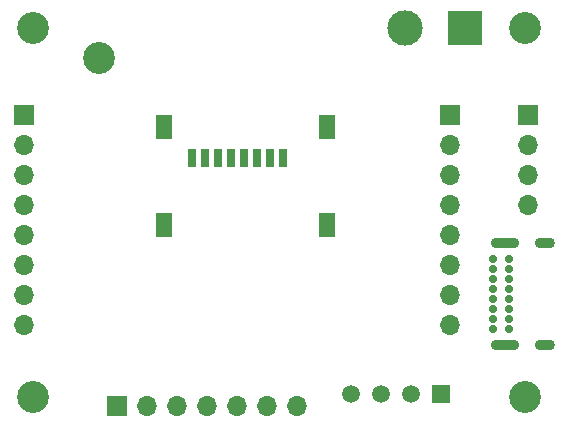
<source format=gbr>
%TF.GenerationSoftware,KiCad,Pcbnew,(5.99.0-7519-ga8269b6380)*%
%TF.CreationDate,2021-01-03T22:28:01+01:00*%
%TF.ProjectId,l0ggi,6c306767-692e-46b6-9963-61645f706362,rev?*%
%TF.SameCoordinates,Original*%
%TF.FileFunction,Soldermask,Bot*%
%TF.FilePolarity,Negative*%
%FSLAX46Y46*%
G04 Gerber Fmt 4.6, Leading zero omitted, Abs format (unit mm)*
G04 Created by KiCad (PCBNEW (5.99.0-7519-ga8269b6380)) date 2021-01-03 22:28:01*
%MOMM*%
%LPD*%
G01*
G04 APERTURE LIST*
%ADD10C,1.500000*%
%ADD11R,1.500000X1.500000*%
%ADD12O,1.700000X0.900000*%
%ADD13O,2.400000X0.900000*%
%ADD14C,0.700000*%
%ADD15R,0.800000X1.500000*%
%ADD16R,1.450000X2.000000*%
%ADD17O,1.700000X1.700000*%
%ADD18R,1.700000X1.700000*%
%ADD19C,3.000000*%
%ADD20R,3.000000X3.000000*%
%ADD21C,2.700000*%
G04 APERTURE END LIST*
D10*
%TO.C,U4*%
X68580000Y-87376000D03*
X71120000Y-87376000D03*
X73660000Y-87376000D03*
D11*
X76200000Y-87376000D03*
%TD*%
D12*
%TO.C,P1*%
X85005000Y-74615000D03*
X85005000Y-83265000D03*
D13*
X81625000Y-74615000D03*
X81625000Y-83265000D03*
D14*
X81995000Y-78515000D03*
X81995000Y-75965000D03*
X81995000Y-76815000D03*
X81995000Y-77665000D03*
X81995000Y-81915000D03*
X81995000Y-80215000D03*
X81995000Y-79365000D03*
X81995000Y-81065000D03*
X80645000Y-75965000D03*
X80645000Y-76815000D03*
X80645000Y-77665000D03*
X80645000Y-78515000D03*
X80645000Y-79365000D03*
X80645000Y-80215000D03*
X80645000Y-81065000D03*
X80645000Y-81915000D03*
%TD*%
D15*
%TO.C,J5*%
X62890000Y-67370165D03*
X61790000Y-67370165D03*
X60690000Y-67370165D03*
X59590000Y-67370165D03*
X58490000Y-67370165D03*
X57390000Y-67370165D03*
X56290000Y-67370165D03*
X55190000Y-67370165D03*
D16*
X52815000Y-73070165D03*
X66565000Y-73070165D03*
X66565000Y-64770165D03*
X52815000Y-64770165D03*
%TD*%
D17*
%TO.C,J4*%
X40894000Y-81534000D03*
X40894000Y-78994000D03*
X40894000Y-76454000D03*
X40894000Y-73914000D03*
X40894000Y-71374000D03*
X40894000Y-68834000D03*
X40894000Y-66294000D03*
D18*
X40894000Y-63754000D03*
%TD*%
D17*
%TO.C,J3*%
X76962000Y-81534000D03*
X76962000Y-78994000D03*
X76962000Y-76454000D03*
X76962000Y-73914000D03*
X76962000Y-71374000D03*
X76962000Y-68834000D03*
X76962000Y-66294000D03*
D18*
X76962000Y-63754000D03*
%TD*%
D19*
%TO.C,J2*%
X73152000Y-56388000D03*
D20*
X78232000Y-56388000D03*
%TD*%
D17*
%TO.C,J1*%
X64008000Y-88392000D03*
X61468000Y-88392000D03*
X58928000Y-88392000D03*
X56388000Y-88392000D03*
X53848000Y-88392000D03*
X51308000Y-88392000D03*
D18*
X48768000Y-88392000D03*
%TD*%
D21*
%TO.C,H5*%
X47244000Y-58928000D03*
%TD*%
%TO.C,H4*%
X83312000Y-87630000D03*
%TD*%
%TO.C,H3*%
X41656000Y-87630000D03*
%TD*%
%TO.C,H2*%
X83312000Y-56388000D03*
%TD*%
%TO.C,H1*%
X41656000Y-56388000D03*
%TD*%
D17*
%TO.C,D2*%
X83566000Y-71367691D03*
X83566000Y-68827691D03*
X83566000Y-66287691D03*
D18*
X83566000Y-63747691D03*
%TD*%
M02*

</source>
